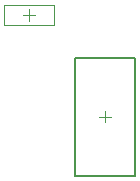
<source format=gbr>
%TF.GenerationSoftware,Altium Limited,Altium Designer,21.6.4 (81)*%
G04 Layer_Color=32768*
%FSLAX43Y43*%
%MOMM*%
%TF.SameCoordinates,3FCC9EDD-E33D-4AE7-AC82-89E58AA9E509*%
%TF.FilePolarity,Positive*%
%TF.FileFunction,Other,Mechanical_15*%
%TF.Part,Single*%
G01*
G75*
%TA.AperFunction,NonConductor*%
%ADD85C,0.200*%
%ADD120C,0.100*%
%ADD167C,0.050*%
D85*
X57701Y10649D02*
X62861D01*
Y669D02*
Y10649D01*
X57701Y669D02*
X62861D01*
X57701D02*
Y10649D01*
D120*
X53823Y13756D02*
Y14756D01*
X53323Y14256D02*
X54323D01*
X59781Y5659D02*
X60781D01*
X60281Y5159D02*
Y6159D01*
D167*
X55948Y13381D02*
Y15131D01*
X51698Y13381D02*
X55948D01*
X51698D02*
Y15131D01*
X55948D01*
%TF.MD5,c2a8bdc1a5ae4442f31dddd825258e32*%
M02*

</source>
